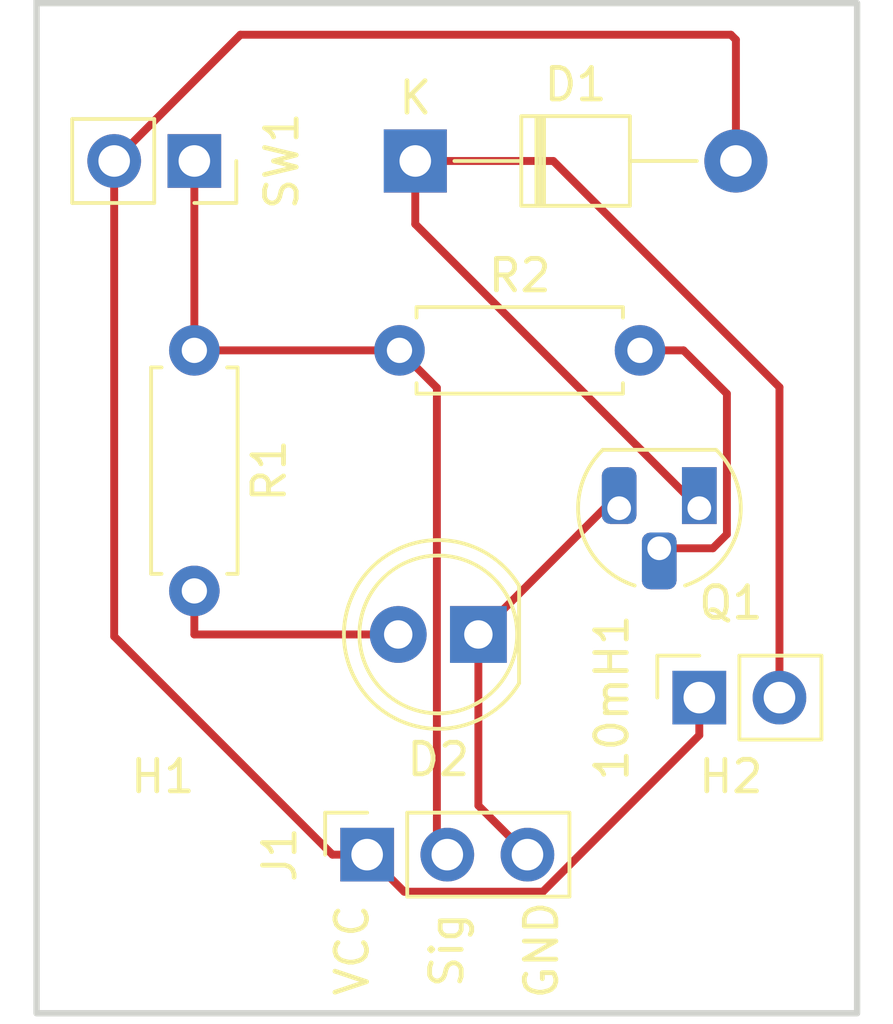
<source format=kicad_pcb>
(kicad_pcb (version 20211014) (generator pcbnew)
  (layers (0 "F.Cu" signal) (31 "B.Cu" signal) (34 "B.Paste" user) (35 "F.Paste" user) (36 "B.SilkS" user "B.Silkscreen") (37 "F.SilkS" user "F.Silkscreen") (38 "B.Mask" user) (39 "F.Mask" user) (44 "Edge.Cuts" user))
  (net 0 "")
  (net 1 "VCC")
  (net 2 "Net-(10mH1-Pad2)")
  (net 3 "GNDREF")
  (net 4 "Net-(Q1-Pad2)")
  (net 5 "Net-(D2-Pad2)")
  (net 6 "Net-(J1-Pad2)")
  (footprint "Resistor_THT:R_Axial_DIN0207_L6.3mm_D2.5mm_P7.62mm_Horizontal" (layer "F.Cu") (at 138.5 103)
    (fp_text reference "R2" (at 3.81 -2.37) (layer "F.SilkS"))
    (fp_text value "47")
    (fp_line (start 0.54 1.04) (end 0.54 1.37) (layer "F.SilkS") (width 0.12))
    (fp_line (start 0.54 1.37) (end 7.08 1.37) (layer "F.SilkS") (width 0.12))
    (fp_line (start 0.54 -1.04) (end 0.54 -1.37) (layer "F.SilkS") (width 0.12))
    (fp_line (start 7.08 -1.37) (end 7.08 -1.04) (layer "F.SilkS") (width 0.12))
    (fp_line (start 0.54 -1.37) (end 7.08 -1.37) (layer "F.SilkS") (width 0.12))
    (fp_line (start 7.08 1.37) (end 7.08 1.04) (layer "F.SilkS") (width 0.12))
    (pad "1" thru_hole circle (at 0 0) (size 1.6 1.6) (drill 0.8) (layers *.Cu *.Mask) (net 6 "Net-(J1-Pad2)"))
    (pad "2" thru_hole oval (at 7.62 0) (size 1.6 1.6) (drill 0.8) (layers *.Cu *.Mask) (net 4 "Net-(Q1-Pad2)"))
  )
  (footprint "Resistor_THT:R_Axial_DIN0207_L6.3mm_D2.5mm_P7.62mm_Horizontal" (layer "F.Cu") (at 132 103 -90)
    (fp_text reference "R1" (at 3.81 -2.37 -90) (layer "F.SilkS"))
    (fp_text value "220")
    (fp_line (start 0.54 1.37) (end 7.08 1.37) (layer "F.SilkS") (width 0.12))
    (fp_line (start 0.54 -1.04) (end 0.54 -1.37) (layer "F.SilkS") (width 0.12))
    (fp_line (start 0.54 1.04) (end 0.54 1.37) (layer "F.SilkS") (width 0.12))
    (fp_line (start 7.08 -1.37) (end 7.08 -1.04) (layer "F.SilkS") (width 0.12))
    (fp_line (start 7.08 1.37) (end 7.08 1.04) (layer "F.SilkS") (width 0.12))
    (fp_line (start 0.54 -1.37) (end 7.08 -1.37) (layer "F.SilkS") (width 0.12))
    (pad "1" thru_hole circle (at 0 0 270) (size 1.6 1.6) (drill 0.8) (layers *.Cu *.Mask) (net 6 "Net-(J1-Pad2)"))
    (pad "2" thru_hole oval (at 7.62 0 270) (size 1.6 1.6) (drill 0.8) (layers *.Cu *.Mask) (net 5 "Net-(D2-Pad2)"))
  )
  (footprint "Connector_PinSocket_2.54mm:PinSocket_1x03_P2.54mm_Vertical" (layer "F.Cu") (at 137.475 118.975 90)
    (fp_text reference "J1" (at 0 -2.77 90) (layer "F.SilkS"))
    (fp_text value "Conn_01x03_Male" hide)
    (fp_line (start -1.33 1.27) (end -1.33 6.41) (layer "F.SilkS") (width 0.12))
    (fp_line (start -1.33 1.27) (end 1.33 1.27) (layer "F.SilkS") (width 0.12))
    (fp_line (start 0 -1.33) (end 1.33 -1.33) (layer "F.SilkS") (width 0.12))
    (fp_line (start 1.33 -1.33) (end 1.33 0) (layer "F.SilkS") (width 0.12))
    (fp_line (start -1.33 6.41) (end 1.33 6.41) (layer "F.SilkS") (width 0.12))
    (fp_line (start 1.33 1.27) (end 1.33 6.41) (layer "F.SilkS") (width 0.12))
    (pad "1" thru_hole rect (at 0 0 90) (size 1.7 1.7) (drill 1) (layers *.Cu *.Mask) (net 1 "VCC"))
    (pad "2" thru_hole oval (at 0 2.54 90) (size 1.7 1.7) (drill 1) (layers *.Cu *.Mask) (net 6 "Net-(J1-Pad2)"))
    (pad "3" thru_hole oval (at 0 5.08 90) (size 1.7 1.7) (drill 1) (layers *.Cu *.Mask) (net 3 "GNDREF"))
  )
  (footprint "Connector_PinSocket_2.54mm:PinSocket_1x02_P2.54mm_Vertical" (layer "F.Cu") (at 148 114 90)
    (fp_text reference "10mH1" (at 0 -2.77 90) (layer "F.SilkS"))
    (fp_text value "INDUCTOR")
    (fp_line (start 0 -1.33) (end 1.33 -1.33) (layer "F.SilkS") (width 0.12))
    (fp_line (start -1.33 1.27) (end 1.33 1.27) (layer "F.SilkS") (width 0.12))
    (fp_line (start -1.33 1.27) (end -1.33 3.87) (layer "F.SilkS") (width 0.12))
    (fp_line (start -1.33 3.87) (end 1.33 3.87) (layer "F.SilkS") (width 0.12))
    (fp_line (start 1.33 -1.33) (end 1.33 0) (layer "F.SilkS") (width 0.12))
    (fp_line (start 1.33 1.27) (end 1.33 3.87) (layer "F.SilkS") (width 0.12))
    (pad "1" thru_hole rect (at 0 0 90) (size 1.7 1.7) (drill 1) (layers *.Cu *.Mask) (net 1 "VCC"))
    (pad "2" thru_hole oval (at 0 2.54 90) (size 1.7 1.7) (drill 1) (layers *.Cu *.Mask) (net 2 "Net-(10mH1-Pad2)"))
  )
  (footprint "Diode_THT:D_T-1_P10.16mm_Horizontal" (layer "F.Cu") (at 139 97)
    (fp_text reference "D1" (at 5.08 -2.42) (layer "F.SilkS"))
    (fp_text value "DIODE")
    (fp_text user "K" (at 0 -2) (layer "F.SilkS"))
    (fp_line (start 8.92 0) (end 6.8 0) (layer "F.SilkS") (width 0.12))
    (fp_line (start 3.36 -1.42) (end 3.36 1.42) (layer "F.SilkS") (width 0.12))
    (fp_line (start 4.08 -1.42) (end 4.08 1.42) (layer "F.SilkS") (width 0.12))
    (fp_line (start 1.24 0) (end 3.36 0) (layer "F.SilkS") (width 0.12))
    (fp_line (start 6.8 -1.42) (end 3.36 -1.42) (layer "F.SilkS") (width 0.12))
    (fp_line (start 3.36 1.42) (end 6.8 1.42) (layer "F.SilkS") (width 0.12))
    (fp_line (start 3.84 -1.42) (end 3.84 1.42) (layer "F.SilkS") (width 0.12))
    (fp_line (start 3.96 -1.42) (end 3.96 1.42) (layer "F.SilkS") (width 0.12))
    (fp_line (start 6.8 1.42) (end 6.8 -1.42) (layer "F.SilkS") (width 0.12))
    (pad "1" thru_hole rect (at 0 0) (size 2 2) (drill 1) (layers *.Cu *.Mask) (net 2 "Net-(10mH1-Pad2)"))
    (pad "2" thru_hole oval (at 10.16 0) (size 2 2) (drill 1) (layers *.Cu *.Mask) (net 1 "VCC"))
  )
  (footprint "Package_TO_SOT_THT:TO-92_HandSolder" (layer "F.Cu") (at 148 108 180)
    (fp_text reference "Q1" (at -1 -3) (layer "F.SilkS"))
    (fp_text value "BC547")
    (fp_line (start -0.53 1.85) (end 3.07 1.85) (layer "F.SilkS") (width 0.12))
    (fp_arc (start 2.05 -2.45) (mid 3.769931 -0.601036) (end 3.078445 1.827684) (layer "F.SilkS") (width 0.12))
    (fp_arc (start -0.541875 1.841741) (mid -1.247231 -0.581764) (end 0.45 -2.45) (layer "F.SilkS") (width 0.12))
    (pad "1" thru_hole rect (at 0 0 180) (size 1.1 1.8) (drill 0.75 (offset 0 0.4)) (layers *.Cu *.Mask) (net 2 "Net-(10mH1-Pad2)"))
    (pad "2" thru_hole roundrect (at 1.27 -1.27 180) (size 1.1 1.8) (drill 0.75 (offset 0 -0.4)) (layers *.Cu *.Mask) (net 4 "Net-(Q1-Pad2)"))
    (pad "3" thru_hole roundrect (at 2.54 0 180) (size 1.1 1.8) (drill 0.75 (offset 0 0.4)) (layers *.Cu *.Mask) (net 3 "GNDREF"))
  )
  (footprint "MountingHole:MountingHole_2.5mm" (layer "F.Cu") (at 149 120)
    (fp_text reference "H2" (at 0 -3.5) (layer "F.SilkS"))
    (fp_text value "MountingHole")
    (pad "" np_thru_hole circle (at 0 0) (size 2.5 2.5) (drill 2.5) (layers *.Cu *.Mask))
  )
  (footprint "Connector_PinSocket_2.54mm:PinSocket_1x02_P2.54mm_Vertical" (layer "F.Cu") (at 132 97 -90)
    (fp_text reference "SW1" (at 0 -2.77 90) (layer "F.SilkS"))
    (fp_text value "-")
    (fp_line (start 1.33 -1.33) (end 1.33 0) (layer "F.SilkS") (width 0.12))
    (fp_line (start -1.33 1.27) (end -1.33 3.87) (layer "F.SilkS") (width 0.12))
    (fp_line (start -1.33 3.87) (end 1.33 3.87) (layer "F.SilkS") (width 0.12))
    (fp_line (start 1.33 1.27) (end 1.33 3.87) (layer "F.SilkS") (width 0.12))
    (fp_line (start 0 -1.33) (end 1.33 -1.33) (layer "F.SilkS") (width 0.12))
    (fp_line (start -1.33 1.27) (end 1.33 1.27) (layer "F.SilkS") (width 0.12))
    (pad "1" thru_hole rect (at 0 0 270) (size 1.7 1.7) (drill 1) (layers *.Cu *.Mask) (net 6 "Net-(J1-Pad2)"))
    (pad "2" thru_hole oval (at 0 2.54 270) (size 1.7 1.7) (drill 1) (layers *.Cu *.Mask) (net 1 "VCC"))
  )
  (footprint "MountingHole:MountingHole_2.5mm" (layer "F.Cu") (at 131 120)
    (fp_text reference "H1" (at 0 -3.5) (layer "F.SilkS"))
    (fp_text value "MountingHole")
    (pad "" np_thru_hole circle (at 0 0) (size 2.5 2.5) (drill 2.5) (layers *.Cu *.Mask))
  )
  (footprint "LED_THT:LED_D5.0mm" (layer "F.Cu") (at 141 112 180)
    (fp_text reference "D2" (at 1.27 -3.96) (layer "F.SilkS"))
    (fp_text value "LED")
    (fp_line (start -1.29 -1.545) (end -1.29 1.545) (layer "F.SilkS") (width 0.12))
    (fp_arc (start -1.29 -1.54483) (mid 2.072002 -2.880433) (end 4.26 0.000462) (layer "F.SilkS") (width 0.12))
    (fp_arc (start 4.26 -0.000462) (mid 2.072002 2.880433) (end -1.29 1.54483) (layer "F.SilkS") (width 0.12))
    (fp_circle (center 1.27 0) (end 3.77 0) (layer "F.SilkS") (width 0.12) (fill none))
    (pad "1" thru_hole rect (at 0 0 180) (size 1.8 1.8) (drill 0.9) (layers *.Cu *.Mask) (net 3 "GNDREF"))
    (pad "2" thru_hole circle (at 2.54 0 180) (size 1.8 1.8) (drill 0.9) (layers *.Cu *.Mask) (net 5 "Net-(D2-Pad2)"))
  )
  (gr_rect (start 127 92) (end 153 124) (layer "Edge.Cuts") (width 0.2) (fill none))
  (gr_text "Sig" (at 140 122 90) (layer "F.SilkS") (effects (font (size 1 1))))
  (gr_text "VCC" (at 137 122 90) (layer "F.SilkS") (effects (font (size 1 1))))
  (gr_text "GND" (at 143 122 90) (layer "F.SilkS") (effects (font (size 1 1))))
  (segment (start 148 115.19101) (end 143.041499 120.149511) (width 0.25) (layer "F.Cu") (net 1))
  (segment (start 149.16 93.16) (end 149.16 97) (width 0.25) (layer "F.Cu") (net 1))
  (segment (start 129.46 112.06) (end 136.375 118.975) (width 0.25) (layer "F.Cu") (net 1))
  (segment (start 129.46 97) (end 129.46 112.06) (width 0.25) (layer "F.Cu") (net 1))
  (segment (start 129.46 97) (end 133.46 93) (width 0.25) (layer "F.Cu") (net 1))
  (segment (start 133.46 93) (end 149 93) (width 0.25) (layer "F.Cu") (net 1))
  (segment (start 138.649511 120.149511) (end 137.475 118.975) (width 0.25) (layer "F.Cu") (net 1))
  (segment (start 149 93) (end 149.16 93.16) (width 0.25) (layer "F.Cu") (net 1))
  (segment (start 143.041499 120.149511) (end 138.649511 120.149511) (width 0.25) (layer "F.Cu") (net 1))
  (segment (start 148 114) (end 148 115.19101) (width 0.25) (layer "F.Cu") (net 1))
  (segment (start 136.375 118.975) (end 137.475 118.975) (width 0.25) (layer "F.Cu") (net 1))
  (segment (start 139 99) (end 139 97) (width 0.25) (layer "F.Cu") (net 2))
  (segment (start 148 108) (end 139 99) (width 0.25) (layer "F.Cu") (net 2))
  (segment (start 150.54 114) (end 150.54 104.166857) (width 0.25) (layer "F.Cu") (net 2))
  (segment (start 150.54 104.166857) (end 143.373143 97) (width 0.25) (layer "F.Cu") (net 2))
  (segment (start 143.373143 97) (end 139 97) (width 0.25) (layer "F.Cu") (net 2))
  (segment (start 145 108) (end 141 112) (width 0.25) (layer "F.Cu") (net 3))
  (segment (start 145.46 108) (end 145 108) (width 0.25) (layer "F.Cu") (net 3))
  (segment (start 141 117.42) (end 142.555 118.975) (width 0.25) (layer "F.Cu") (net 3))
  (segment (start 141 112) (end 141 117.42) (width 0.25) (layer "F.Cu") (net 3))
  (segment (start 147.5 103) (end 146.12 103) (width 0.25) (layer "F.Cu") (net 4))
  (segment (start 146.73 109.27) (end 148.429022 109.27) (width 0.25) (layer "F.Cu") (net 4))
  (segment (start 148.874511 108.824511) (end 148.874511 104.374511) (width 0.25) (layer "F.Cu") (net 4))
  (segment (start 148.874511 104.374511) (end 147.5 103) (width 0.25) (layer "F.Cu") (net 4))
  (segment (start 148.429022 109.27) (end 148.874511 108.824511) (width 0.25) (layer "F.Cu") (net 4))
  (segment (start 138.46 112) (end 132 112) (width 0.25) (layer "F.Cu") (net 5))
  (segment (start 132 112) (end 132 110.62) (width 0.25) (layer "F.Cu") (net 5))
  (segment (start 138.5 103) (end 132 103) (width 0.25) (layer "F.Cu") (net 6))
  (segment (start 132 97) (end 132 103) (width 0.25) (layer "F.Cu") (net 6))
  (segment (start 139.684511 118.644511) (end 140.015 118.975) (width 0.25) (layer "F.Cu") (net 6))
  (segment (start 139.684511 104.184511) (end 139.684511 118.644511) (width 0.25) (layer "F.Cu") (net 6))
  (segment (start 138.5 103) (end 139.684511 104.184511) (width 0.25) (layer "F.Cu") (net 6))
)
</source>
